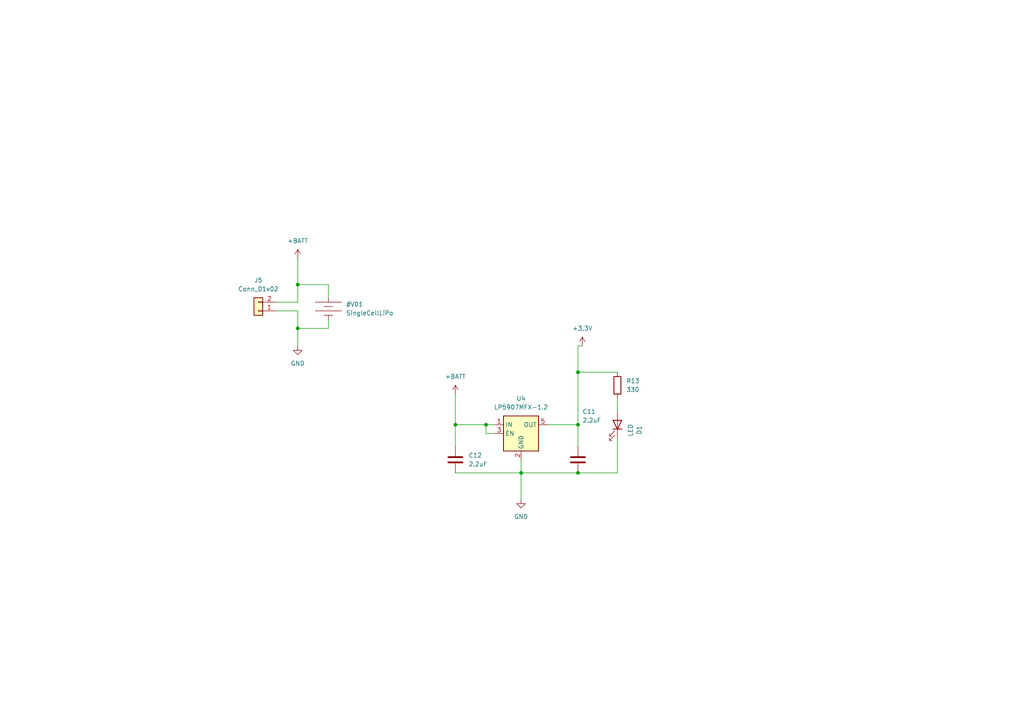
<source format=kicad_sch>
(kicad_sch (version 20230121) (generator eeschema)
  (paper "A4")
  (lib_symbols
    (symbol "Connector_Generic:Conn_01x02" (pin_names (offset 1.016) hide)
      (property "Reference" "J" (at 0 2.54 0))
      (property "Value" "Conn_01x02" (at 0 -5.08 0))
      (symbol "Conn_01x02_1_1"
        (rectangle (start -1.27 -2.413) (end 0 -2.667) (stroke (width 0.1524)))
        (rectangle (start -1.27 0.127) (end 0 -0.127) (stroke (width 0.1524)))
        (rectangle (start -1.27 1.27) (end 1.27 -3.81) (stroke (width 0.254)) (fill (type background)))
        (pin passive line (at -5.08 0 0) (length 3.81) (name "Pin_1") (number "1"))
        (pin passive line (at -5.08 -2.54 0) (length 3.81) (name "Pin_2") (number "2"))
      )
    )
    (symbol "Device:C" (pin_numbers hide) (pin_names (offset 0.254))
      (property "Reference" "C" (at 0.635 2.54 0))
      (property "Value" "C" (at 0.635 -2.54 0))
      (symbol "C_0_1"
        (polyline (pts (xy -2.032 -0.762) (xy 2.032 -0.762)) (stroke (width 0.508)))
        (polyline (pts (xy -2.032 0.762) (xy 2.032 0.762)) (stroke (width 0.508)))
      )
      (symbol "C_1_1"
        (pin passive line (at 0 3.81 270) (length 2.794) (name "~") (number "1"))
        (pin passive line (at 0 -3.81 90) (length 2.794) (name "~") (number "2"))
      )
    )
    (symbol "Device:LED" (pin_numbers hide) (pin_names (offset 1.016) hide)
      (property "Reference" "D" (at 0 2.54 0))
      (property "Value" "LED" (at 0 -2.54 0))
      (symbol "LED_0_1"
        (polyline (pts (xy -1.27 -1.27) (xy -1.27 1.27)) (stroke (width 0.254)))
        (polyline (pts (xy -1.27 0) (xy 1.27 0)))
        (polyline (pts (xy 1.27 -1.27) (xy 1.27 1.27) (xy -1.27 0) (xy 1.27 -1.27)) (stroke (width 0.254)))
        (polyline (pts (xy -3.048 -0.762) (xy -4.572 -2.286) (xy -3.81 -2.286) (xy -4.572 -2.286) (xy -4.572 -1.524)))
        (polyline (pts (xy -1.778 -0.762) (xy -3.302 -2.286) (xy -2.54 -2.286) (xy -3.302 -2.286) (xy -3.302 -1.524)))
      )
      (symbol "LED_1_1"
        (pin passive line (at -3.81 0 0) (length 2.54) (name "K") (number "1"))
        (pin passive line (at 3.81 0 180) (length 2.54) (name "A") (number "2"))
      )
    )
    (symbol "Device:R" (pin_numbers hide) (pin_names (offset 0))
      (property "Reference" "R" (at 2.032 0 90))
      (property "Value" "R" (at 0 0 90))
      (symbol "R_0_1"
        (rectangle (start -1.016 -2.54) (end 1.016 2.54) (stroke (width 0.254)))
      )
      (symbol "R_1_1"
        (pin passive line (at 0 3.81 270) (length 1.27) (name "~") (number "1"))
        (pin passive line (at 0 -3.81 90) (length 1.27) (name "~") (number "2"))
      )
    )
    (symbol "Regulator_Linear:LP5907MFX-1.2"
      (property "Reference" "U" (at -3.81 6.35 0))
      (property "Value" "LP5907MFX-1.2" (at 6.35 6.35 0))
      (symbol "LP5907MFX-1.2_0_1"
        (rectangle (start -5.08 -5.08) (end 5.08 5.08) (stroke (width 0.254)) (fill (type background)))
        (pin power_in line (at -7.62 2.54 0) (length 2.54) (name "IN") (number "1"))
        (pin power_in line (at 0 -7.62 90) (length 2.54) (name "GND") (number "2"))
        (pin input line (at -7.62 0 0) (length 2.54) (name "EN") (number "3"))
        (pin no_connect line (at 5.08 0 180) (length 2.54) hide (name "NC") (number "4"))
        (pin power_out line (at 7.62 2.54 180) (length 2.54) (name "OUT") (number "5"))
      )
    )
    (symbol "minimouse:SingleCellLiPo" (power) (pin_numbers hide) (pin_names hide) (in_bom no) (on_board no)
      (property "Reference" "V" (at 1.8796 0.3048 0))
      (property "Value" "SingleCellLiPo" (at -11.43 1.27 0))
      (symbol "SingleCellLiPo_0_1"
        (polyline (pts (xy -3.81 0) (xy 3.81 0)))
        (polyline (pts (xy -3.81 2.54) (xy 3.81 2.54)))
        (polyline (pts (xy -1.27 -1.27) (xy 1.27 -1.27)))
        (polyline (pts (xy -1.27 1.27) (xy 1.27 1.27)))
      )
      (symbol "SingleCellLiPo_1_1"
        (pin power_out line (at 0 -2.54 90) (length 1.27) (name "+") (number ""))
        (pin power_out line (at 0 3.81 270) (length 1.27) (name "+") (number ""))
      )
    )
    (symbol "power:+3.3V" (power) (pin_names (offset 0))
      (property "Value" "+3.3V" (at 0 3.556 0))
      (symbol "+3.3V_0_1"
        (polyline (pts (xy -0.762 1.27) (xy 0 2.54)))
        (polyline (pts (xy 0 0) (xy 0 2.54)))
        (polyline (pts (xy 0 2.54) (xy 0.762 1.27)))
      )
      (symbol "+3.3V_1_1"
        (pin power_in line (at 0 0 90) (length 0) hide (name "+3.3V") (number "1"))
      )
    )
    (symbol "power:+BATT" (power) (pin_names (offset 0))
      (property "Value" "+BATT" (at 0 3.556 0))
      (symbol "+BATT_0_1"
        (polyline (pts (xy -0.762 1.27) (xy 0 2.54)))
        (polyline (pts (xy 0 0) (xy 0 2.54)))
        (polyline (pts (xy 0 2.54) (xy 0.762 1.27)))
      )
      (symbol "+BATT_1_1"
        (pin power_in line (at 0 0 90) (length 0) hide (name "+BATT") (number "1"))
      )
    )
    (symbol "power:GND" (power) (pin_names (offset 0))
      (property "Value" "GND" (at 0 -3.81 0))
      (symbol "GND_0_1"
        (polyline (pts (xy 0 0) (xy 0 -1.27) (xy 1.27 -1.27) (xy 0 -2.54) (xy -1.27 -1.27) (xy 0 -1.27)))
      )
      (symbol "GND_1_1"
        (pin power_in line (at 0 0 270) (length 0) hide (name "GND") (number "1"))
      )
    )
  )
  (junction (at 86.36 82.55))
  (junction (at 132.08 123.19))
  (junction (at 140.97 123.19))
  (junction (at 86.36 95.25))
  (junction (at 151.13 137.16))
  (junction (at 167.64 107.95))
  (junction (at 167.64 137.16))
  (junction (at 167.64 123.19))
  (wire (pts (xy 179.07 115.57) (xy 179.07 119.38)))
  (wire (pts (xy 151.13 133.35) (xy 151.13 137.16)))
  (wire (pts (xy 86.36 90.17) (xy 86.36 95.25)))
  (wire (pts (xy 140.97 125.73) (xy 140.97 123.19)))
  (wire (pts (xy 95.25 82.55) (xy 86.36 82.55)))
  (wire (pts (xy 86.36 74.93) (xy 86.36 82.55)))
  (wire (pts (xy 95.25 86.36) (xy 95.25 82.55)))
  (wire (pts (xy 132.08 123.19) (xy 132.08 129.54)))
  (wire (pts (xy 132.08 123.19) (xy 140.97 123.19)))
  (wire (pts (xy 132.08 137.16) (xy 151.13 137.16)))
  (wire (pts (xy 179.07 137.16) (xy 179.07 127)))
  (wire (pts (xy 158.75 123.19) (xy 167.64 123.19)))
  (wire (pts (xy 95.25 92.71) (xy 95.25 95.25)))
  (wire (pts (xy 179.07 107.95) (xy 167.64 107.95)))
  (wire (pts (xy 167.64 107.95) (xy 167.64 123.19)))
  (wire (pts (xy 143.51 125.73) (xy 140.97 125.73)))
  (wire (pts (xy 80.01 87.63) (xy 86.36 87.63)))
  (wire (pts (xy 140.97 123.19) (xy 143.51 123.19)))
  (wire (pts (xy 167.64 123.19) (xy 167.64 129.54)))
  (wire (pts (xy 132.08 114.3) (xy 132.08 123.19)))
  (wire (pts (xy 86.36 95.25) (xy 86.36 100.33)))
  (wire (pts (xy 95.25 95.25) (xy 86.36 95.25)))
  (wire (pts (xy 167.64 100.33) (xy 167.64 107.95)))
  (wire (pts (xy 151.13 137.16) (xy 151.13 144.78)))
  (wire (pts (xy 86.36 82.55) (xy 86.36 87.63)))
  (wire (pts (xy 167.64 137.16) (xy 179.07 137.16)))
  (wire (pts (xy 167.64 100.33) (xy 168.91 100.33)))
  (wire (pts (xy 151.13 137.16) (xy 167.64 137.16)))
  (wire (pts (xy 80.01 90.17) (xy 86.36 90.17)))
  (symbol (lib_id "power:+3.3V") (at 168.91 100.33 0) (unit 1)
    (property "Reference" "#PWR038" (effects hide))
    (property "Value" "+3.3V" (at 168.91 95.25 0))
  )
  (symbol (lib_id "power:+BATT") (at 86.36 74.93 0) (unit 1)
    (property "Reference" "#PWR036" (effects hide))
    (property "Value" "+BATT" (at 86.36 69.85 0))
  )
  (symbol (lib_id "minimouse:SingleCellLiPo") (at 95.25 90.17 0) (unit 1) (in_bom no) (on_board no)
    (property "Reference" "#V01" (at 100.33 88.265 0) (effects (justify left)))
    (property "Value" "SingleCellLiPo" (at 100.33 90.805 0) (effects (justify left)))
  )
  (symbol (lib_id "Device:R") (at 179.07 111.76 0) (unit 1)
    (property "Reference" "R13" (at 181.61 110.49 0) (effects (justify left)))
    (property "Value" "330" (at 181.61 113.03 0) (effects (justify left)))
    (property "Footprint" "Resistor_SMD:R_0603_1608Metric" (effects hide))
  )
  (symbol (lib_id "Device:C") (at 132.08 133.35 0) (unit 1)
    (property "Reference" "C12" (at 135.89 132.08 0) (effects (justify left)))
    (property "Value" "2.2uF" (at 135.89 134.62 0) (effects (justify left)))
    (property "Footprint" "Capacitor_SMD:C_0603_1608Metric" (effects hide))
  )
  (symbol (lib_id "Device:C") (at 167.64 133.35 0) (unit 1)
    (property "Reference" "C11" (at 168.91 119.38 0) (effects (justify left)))
    (property "Value" "2.2uF" (at 168.91 121.92 0) (effects (justify left)))
    (property "Footprint" "Capacitor_SMD:C_0603_1608Metric" (effects hide))
  )
  (symbol (lib_id "Device:LED") (at 179.07 123.19 270) (mirror x) (unit 1)
    (property "Reference" "D1" (at 185.42 124.7775 0))
    (property "Value" "LED" (at 182.88 124.7775 0))
    (property "Footprint" "LED_SMD:LED_0603_1608Metric" (effects hide))
  )
  (symbol (lib_id "power:+BATT") (at 132.08 114.3 0) (unit 1)
    (property "Reference" "#PWR08" (effects hide))
    (property "Value" "+BATT" (at 132.08 109.22 0))
  )
  (symbol (lib_id "Connector_Generic:Conn_01x02") (at 74.93 90.17 180) (unit 1)
    (property "Reference" "J5" (at 74.93 81.28 0))
    (property "Value" "Conn_01x02" (at 74.93 83.82 0))
    (property "Footprint" "Connector_PinHeader_2.54mm:PinHeader_1x02_P2.54mm_Vertical" (effects hide))
  )
  (symbol (lib_id "Regulator_Linear:LP5907MFX-1.2") (at 151.13 125.73 0) (unit 1)
    (property "Reference" "U4" (at 151.13 115.57 0))
    (property "Value" "LP5907MFX-1.2" (at 151.13 118.11 0))
    (property "Footprint" "Package_TO_SOT_SMD:SOT-23-5" (effects hide))
    (property "Datasheet" "http://www.ti.com/lit/ds/symlink/lp5907.pdf" (effects hide))
  )
  (symbol (lib_id "power:GND") (at 86.36 100.33 0) (unit 1)
    (property "Reference" "#PWR037" (effects hide))
    (property "Value" "GND" (at 86.36 105.41 0))
  )
  (symbol (lib_id "power:GND") (at 151.13 144.78 0) (unit 1)
    (property "Reference" "#PWR039" (effects hide))
    (property "Value" "GND" (at 151.13 149.86 0))
  )
)
</source>
